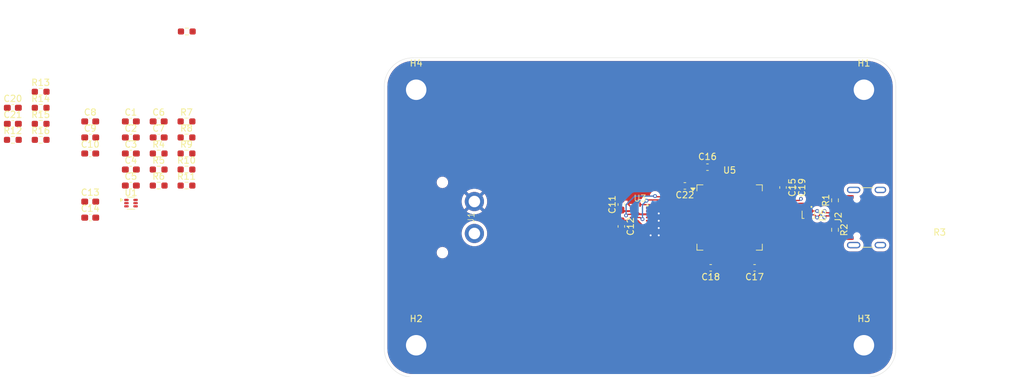
<source format=kicad_pcb>
(kicad_pcb (version 20241229) (generator "pcbnew") (generator_version "9.0")
  (layers (0 "F.Cu" signal) (4 "In1.Cu" signal) (6 "In2.Cu" signal) (2 "B.Cu" signal) (13 "F.Paste" user) (15 "B.Paste" user) (5 "F.SilkS" user "F.Silkscreen") (7 "B.SilkS" user "B.Silkscreen") (1 "F.Mask" user) (3 "B.Mask" user) (25 "Edge.Cuts" user))
  (net 0 "")
  (net 1 "GND")
  (net 2 "VBATT")
  (net 3 "+3V3")
  (net 4 "/Power&Battery/VBST")
  (net 5 "/Power&Battery/VSW")
  (net 6 "/Power&Battery/VIN")
  (net 7 "/Power&Battery/aIN_VBAT")
  (net 8 "VDDA")
  (net 9 "Net-(J2-SHIELD)")
  (net 10 "/Power&Battery/EN")
  (net 11 "/Power&Battery/VFB")
  (net 12 "Net-(D2-A)")
  (net 13 "Net-(D3-A)")
  (net 14 "3V3")
  (net 15 "Net-(JP1-C)")
  (net 16 "/Microcontroller/dI_BOOT0")
  (net 17 "/Microcontroller/dI_BOOT1")
  (net 18 "Net-(JP2-C)")
  (net 19 "/Microcontroller/SCL")
  (net 20 "/Microcontroller/SDA")
  (net 21 "Net-(U5-NRST)")
  (net 24 "/Microcontroller/JTAG_TMS")
  (net 27 "/Microcontroller/JTAG_TCK")
  (net 37 "/Microcontroller/JTAG_TDI")
  (net 38 "/IO/dIO_USB_DN")
  (net 43 "/Microcontroller/JTAG_TDO")
  (net 50 "/Microcontroller/JTAG_NRST")
  (net 54 "/IO/dIO_USB_DP")
  (net 67 "VBUS")
  (net 69 "/IO/USB_CC2")
  (net 70 "/IO/USB_CC1")
  (net 73 "/Microcontroller/dIO_INT1_GYRO")
  (net 74 "/Microcontroller/dIO_INT2_ACCEL")
  (net 75 "/Microcontroller/dIO_INT1_ACCEL")
  (net 76 "/Microcontroller/dIO_INT2_GYRO")
  (footprint "Capacitor_SMD:C_0603_1608Metric_Pad1.08x0.95mm_HandSolder" (layer "F.Cu") (at 74.7375 87.47)
    (property "Reference" "C7" (at 0 -1.43 0) (layer "F.SilkS"))
    (property "Value" "10n")
    (pad "1" smd roundrect (at -0.8625 0) (size 1.075 0.95) (layers "F.Cu" "F.Mask" "F.Paste") (net 7 "/Power&Battery/aIN_VBAT"))
    (pad "2" smd roundrect (at 0.8625 0) (size 1.075 0.95) (layers "F.Cu" "F.Mask" "F.Paste") (net 1 "GND"))
  )
  (footprint "Resistor_SMD:R_0603_1608Metric_Pad0.98x0.95mm_HandSolder" (layer "F.Cu") (at 79.0875 92.49)
    (property "Reference" "R10" (at 0 -1.43 0) (layer "F.SilkS"))
    (property "Value" "1k")
    (pad "1" smd roundrect (at -0.9125 0) (size 0.975 0.95) (layers "F.Cu" "F.Mask" "F.Paste") (net 2 "VBATT"))
    (pad "2" smd roundrect (at 0.9125 0) (size 0.975 0.95) (layers "F.Cu" "F.Mask" "F.Paste") (net 12 "Net-(D2-A)"))
  )
  (footprint "Capacitor_SMD:C_0603_1608Metric_Pad1.08x0.95mm_HandSolder" (layer "F.Cu") (at 157.011499 95.047 180)
    (property "Reference" "C22" (at 0 -1.43 0) (layer "F.SilkS"))
    (property "Value" "100n")
    (pad "1" smd roundrect (at -0.862501 0 180) (size 1.075 0.95) (layers "F.Cu" "F.Mask" "F.Paste") (net 3 "+3V3"))
    (pad "2" smd roundrect (at 0.862501 0 180) (size 1.075 0.95) (layers "F.Cu" "F.Mask" "F.Paste") (net 1 "GND"))
  )
  (footprint "Capacitor_SMD:C_0603_1608Metric_Pad1.08x0.95mm_HandSolder" (layer "F.Cu") (at 167.907 107.874 180)
    (property "Reference" "C17" (at 0 -1.43 0) (layer "F.SilkS"))
    (property "Value" "100n")
    (pad "1" smd roundrect (at -0.862501 0 180) (size 1.075 0.95) (layers "F.Cu" "F.Mask" "F.Paste") (net 3 "+3V3"))
    (pad "2" smd roundrect (at 0.862501 0 180) (size 1.075 0.95) (layers "F.Cu" "F.Mask" "F.Paste") (net 1 "GND"))
  )
  (footprint "Capacitor_SMD:C_0603_1608Metric_Pad1.08x0.95mm_HandSolder" (layer "F.Cu") (at 172.352 95.301 -90)
    (property "Reference" "C15" (at 0 -1.43 90) (layer "F.SilkS"))
    (property "Value" "100n")
    (pad "1" smd roundrect (at -0.862501 0 270) (size 1.075 0.95) (layers "F.Cu" "F.Mask" "F.Paste") (net 3 "+3V3"))
    (pad "2" smd roundrect (at 0.862501 0 270) (size 1.075 0.95) (layers "F.Cu" "F.Mask" "F.Paste") (net 1 "GND"))
  )
  (footprint "Capacitor_SMD:C_0603_1608Metric_Pad1.08x0.95mm_HandSolder" (layer "F.Cu") (at 173.876 95.301 -90)
    (property "Reference" "C19" (at 0 -1.43 90) (layer "F.SilkS"))
    (property "Value" "10u")
    (pad "1" smd roundrect (at -0.862501 0 270) (size 1.075 0.95) (layers "F.Cu" "F.Mask" "F.Paste") (net 3 "+3V3"))
    (pad "2" smd roundrect (at 0.862501 0 270) (size 1.075 0.95) (layers "F.Cu" "F.Mask" "F.Paste") (net 1 "GND"))
  )
  (footprint "Package_TO_SOT_SMD:SOT-416" (layer "F.Cu") (at 176.297 99.634 -90)
    (property "Reference" "D5" (at 0 -2.25 90) (layer "F.SilkS"))
    (property "Value" "RCLAMP0582B")
    (pad "1" smd roundrect (at -0.65 -0.5 270) (size 0.6 0.5) (layers "F.Cu" "F.Mask" "F.Paste") (net 38 "/IO/dIO_USB_DN"))
    (pad "2" smd roundrect (at -0.65 0.5 270) (size 0.6 0.5) (layers "F.Cu" "F.Mask" "F.Paste") (net 54 "/IO/dIO_USB_DP"))
    (pad "3" smd roundrect (at 0.649999 0 270) (size 0.6 0.5) (layers "F.Cu" "F.Mask" "F.Paste") (net 1 "GND"))
  )
  (footprint "Capacitor_SMD:C_0603_1608Metric_Pad1.08x0.95mm_HandSolder" (layer "F.Cu") (at 70.3875 95)
    (property "Reference" "C5" (at 0 -1.43 0) (layer "F.SilkS"))
    (property "Value" "10u")
    (pad "1" smd roundrect (at -0.8625 0) (size 1.075 0.95) (layers "F.Cu" "F.Mask" "F.Paste") (net 6 "/Power&Battery/VIN"))
    (pad "2" smd roundrect (at 0.8625 0) (size 1.075 0.95) (layers "F.Cu" "F.Mask" "F.Paste") (net 1 "GND"))
  )
  (footprint "Resistor_SMD:R_0603_1608Metric_Pad0.98x0.95mm_HandSolder" (layer "F.Cu") (at 56.2875 82.82)
    (property "Reference" "R14" (at 0 -1.43 0) (layer "F.SilkS"))
    (property "Value" "10k")
    (pad "1" smd roundrect (at -0.9125 0) (size 0.975 0.95) (layers "F.Cu" "F.Mask" "F.Paste") (net 19 "/Microcontroller/SCL"))
    (pad "2" smd roundrect (at 0.9125 0) (size 0.975 0.95) (layers "F.Cu" "F.Mask" "F.Paste") (net 3 "+3V3"))
  )
  (footprint "Package_QFP:LQFP-64_10x10mm_P0.5mm" (layer "F.Cu") (at 164 100)
    (property "Reference" "U5" (at 0 -7.4 0) (layer "F.SilkS"))
    (property "Value" "STM32F103RGTx")
    (pad "1" smd roundrect (at -5.675 -3.749999) (size 1.55 0.3) (layers "F.Cu" "F.Mask" "F.Paste") (net 3 "+3V3"))
    (pad "2" smd roundrect (at -5.675 -3.25) (size 1.55 0.3) (layers "F.Cu" "F.Mask" "F.Paste") (net 76 "/Microcontroller/dIO_INT2_GYRO"))
    (pad "3" smd roundrect (at -5.675 -2.75) (size 1.55 0.3) (layers "F.Cu" "F.Mask" "F.Paste") (net 73 "/Microcontroller/dIO_INT1_GYRO"))
    (pad "4" smd roundrect (at -5.675 -2.25) (size 1.55 0.3) (layers "F.Cu" "F.Mask" "F.Paste") (net 75 "/Microcontroller/dIO_INT1_ACCEL"))
    (pad "5" smd roundrect (at -5.675 -1.75) (size 1.55 0.3) (layers "F.Cu" "F.Mask" "F.Paste") (net 74 "/Microcontroller/dIO_INT2_ACCEL"))
    (pad "6" smd roundrect (at -5.675 -1.249999) (size 1.55 0.3) (layers "F.Cu" "F.Mask" "F.Paste"))
    (pad "7" smd roundrect (at -5.675 -0.75) (size 1.55 0.3) (layers "F.Cu" "F.Mask" "F.Paste") (net 21 "Net-(U5-NRST)"))
    (pad "8" smd roundrect (at -5.675 -0.25) (size 1.55 0.3) (layers "F.Cu" "F.Mask" "F.Paste"))
    (pad "9" smd roundrect (at -5.675 0.25) (size 1.55 0.3) (layers "F.Cu" "F.Mask" "F.Paste"))
    (pad "10" smd roundrect (at -5.675 0.75) (size 1.55 0.3) (layers "F.Cu" "F.Mask" "F.Paste"))
    (pad "11" smd roundrect (at -5.675 1.249999) (size 1.55 0.3) (layers "F.Cu" "F.Mask" "F.Paste"))
    (pad "12" smd roundrect (at -5.675 1.75) (size 1.55 0.3) (layers "F.Cu" "F.Mask" "F.Paste") (net 1 "GND"))
    (pad "13" smd roundrect (at -5.675 2.25) (size 1.55 0.3) (layers "F.Cu" "F.Mask" "F.Paste") (net 8 "VDDA"))
    (pad "14" smd roundrect (at -5.675 2.75) (size 1.55 0.3) (layers "F.Cu" "F.Mask" "F.Paste"))
    (pad "15" smd roundrect (at -5.675 3.25) (size 1.55 0.3) (layers "F.Cu" "F.Mask" "F.Paste"))
    (pad "16" smd roundrect (at -5.675 3.749999) (size 1.55 0.3) (layers "F.Cu" "F.Mask" "F.Paste"))
    (pad "17" smd roundrect (at -3.749999 5.675) (size 0.3 1.55) (layers "F.Cu" "F.Mask" "F.Paste"))
    (pad "18" smd roundrect (at -3.25 5.675) (size 0.3 1.55) (layers "F.Cu" "F.Mask" "F.Paste") (net 1 "GND"))
    (pad "19" smd roundrect (at -2.75 5.675) (size 0.3 1.55) (layers "F.Cu" "F.Mask" "F.Paste") (net 3 "+3V3"))
    (pad "20" smd roundrect (at -2.25 5.675) (size 0.3 1.55) (layers "F.Cu" "F.Mask" "F.Paste"))
    (pad "21" smd roundrect (at -1.75 5.675) (size 0.3 1.55) (layers "F.Cu" "F.Mask" "F.Paste"))
    (pad "22" smd roundrect (at -1.249999 5.675) (size 0.3 1.55) (layers "F.Cu" "F.Mask" "F.Paste"))
    (pad "23" smd roundrect (at -0.75 5.675) (size 0.3 1.55) (layers "F.Cu" "F.Mask" "F.Paste"))
    (pad "24" smd roundrect (at -0.25 5.675) (size 0.3 1.55) (layers "F.Cu" "F.Mask" "F.Paste"))
    (pad "25" smd roundrect (at 0.25 5.675) (size 0.3 1.55) (layers "F.Cu" "F.Mask" "F.Paste"))
    (pad "26" smd roundrect (at 0.75 5.675) (size 0.3 1.55) (layers "F.Cu" "F.Mask" "F.Paste"))
    (pad "27" smd roundrect (at 1.249999 5.675) (size 0.3 1.55) (layers "F.Cu" "F.Mask" "F.Paste"))
    (pad "28" smd roundrect (at 1.75 5.675) (size 0.3 1.55) (layers "F.Cu" "F.Mask" "F.Paste") (net 17 "/Microcontroller/dI_BOOT1"))
    (pad "29" smd roundrect (at 2.25 5.675) (size 0.3 1.55) (layers "F.Cu" "F.Mask" "F.Paste") (net 19 "/Microcontroller/SCL"))
    (pad "30" smd roundrect (at 2.75 5.675) (size 0.3 1.55) (layers "F.Cu" "F.Mask" "F.Paste") (net 20 "/Microcontroller/SDA"))
    (pad "31" smd roundrect (at 3.25 5.675) (size 0.3 1.55) (layers "F.Cu" "F.Mask" "F.Paste") (net 1 "GND"))
    (pad "32" smd roundrect (at 3.749999 5.675) (size 0.3 1.55) (layers "F.Cu" "F.Mask" "F.Paste") (net 3 "+3V3"))
    (pad "33" smd roundrect (at 5.675 3.749999) (size 1.55 0.3) (layers "F.Cu" "F.Mask" "F.Paste"))
    (pad "34" smd roundrect (at 5.675 3.25) (size 1.55 0.3) (layers "F.Cu" "F.Mask" "F.Paste"))
    (pad "35" smd roundrect (at 5.675 2.75) (size 1.55 0.3) (layers "F.Cu" "F.Mask" "F.Paste"))
    (pad "36" smd roundrect (at 5.675 2.25) (size 1.55 0.3) (layers "F.Cu" "F.Mask" "F.Paste"))
    (pad "37" smd roundrect (at 5.675 1.75) (size 1.55 0.3) (layers "F.Cu" "F.Mask" "F.Paste"))
    (pad "38" smd roundrect (at 5.675 1.249999) (size 1.55 0.3) (layers "F.Cu" "F.Mask" "F.Paste"))
    (pad "39" smd roundrect (at 5.675 0.75) (size 1.55 0.3) (layers "F.Cu" "F.Mask" "F.Paste"))
    (pad "40" smd roundrect (at 5.675 0.25) (size 1.55 0.3) (layers "F.Cu" "F.Mask" "F.Paste"))
    (pad "41" smd roundrect (at 5.675 -0.25) (size 1.55 0.3) (layers "F.Cu" "F.Mask" "F.Paste"))
    (pad "42" smd roundrect (at 5.675 -0.75) (size 1.55 0.3) (layers "F.Cu" "F.Mask" "F.Paste"))
    (pad "43" smd roundrect (at 5.675 -1.249999) (size 1.55 0.3) (layers "F.Cu" "F.Mask" "F.Paste"))
    (pad "44" smd roundrect (at 5.675 -1.75) (size 1.55 0.3) (layers "F.Cu" "F.Mask" "F.Paste") (net 54 "/IO/dIO_USB_DP"))
    (pad "45" smd roundrect (at 5.675 -2.25) (size 1.55 0.3) (layers "F.Cu" "F.Mask" "F.Paste") (net 38 "/IO/dIO_USB_DN"))
    (pad "46" smd roundrect (at 5.675 -2.75) (size 1.55 0.3) (layers "F.Cu" "F.Mask" "F.Paste") (net 24 "/Microcontroller/JTAG_TMS"))
    (pad "47" smd roundrect (at 5.675 -3.25) (size 1.55 0.3) (layers "F.Cu" "F.Mask" "F.Paste") (net 1 "GND"))
    (pad "48" smd roundrect (at 5.675 -3.749999) (size 1.55 0.3) (layers "F.Cu" "F.Mask" "F.Paste") (net 3 "+3V3"))
    (pad "49" smd roundrect (at 3.749999 -5.675) (size 0.3 1.55) (layers "F.Cu" "F.Mask" "F.Paste") (net 27 "/Microcontroller/JTAG_TCK"))
    (pad "50" smd roundrect (at 3.25 -5.675) (size 0.3 1.55) (layers "F.Cu" "F.Mask" "F.Paste") (net 37 "/Microcontroller/JTAG_TDI"))
    (pad "51" smd roundrect (at 2.75 -5.675) (size 0.3 1.55) (layers "F.Cu" "F.Mask" "F.Paste"))
    (pad "52" smd roundrect (at 2.25 -5.675) (size 0.3 1.55) (layers "F.Cu" "F.Mask" "F.Paste"))
    (pad "53" smd roundrect (at 1.75 -5.675) (size 0.3 1.55) (layers "F.Cu" "F.Mask" "F.Paste"))
    (pad "54" smd roundrect (at 1.249999 -5.675) (size 0.3 1.55) (layers "F.Cu" "F.Mask" "F.Paste"))
    (pad "55" smd roundrect (at 0.75 -5.675) (size 0.3 1.55) (layers "F.Cu" "F.Mask" "F.Paste") (net 43 "/Microcontroller/JTAG_TDO"))
    (pad "56" smd roundrect (at 0.25 -5.675) (size 0.3 1.55) (layers "F.Cu" "F.Mask" "F.Paste") (net 50 "/Microcontroller/JTAG_NRST"))
    (pad "57" smd roundrect (at -0.25 -5.675) (size 0.3 1.55) (layers "F.Cu" "F.Mask" "F.Paste"))
    (pad "58" smd roundrect (at -0.75 -5.675) (size 0.3 1.55) (layers "F.Cu" "F.Mask" "F.Paste"))
    (pad "59" smd roundrect (at -1.249999 -5.675) (size 0.3 1.55) (layers "F.Cu" "F.Mask" "F.Paste"))
    (pad "60" smd roundrect (at -1.75 -5.675) (size 0.3 1.55) (layers "F.Cu" "F.Mask" "F.Paste") (net 16 "/Microcontroller/dI_BOOT0"))
    (pad "61" smd roundrect (at -2.25 -5.675) (size 0.3 1.55) (layers "F.Cu" "F.Mask" "F.Paste"))
    (pad "62" smd roundrect (at -2.75 -5.675) (size 0.3 1.55) (layers "F.Cu" "F.Mask" "F.Paste"))
    (pad "63" smd roundrect (at -3.25 -5.675) (size 0.3 1.55) (layers "F.Cu" "F.Mask" "F.Paste") (net 1 "GND"))
    (pad "64" smd roundrect (at -3.749999 -5.675) (size 0.3 1.55) (layers "F.Cu" "F.Mask" "F.Paste") (net 3 "+3V3"))
  )
  (footprint "Resistor_SMD:R_0603_1608Metric_Pad0.98x0.95mm_HandSolder" (layer "F.Cu") (at 180.48 97.3095 90)
    (property "Reference" "R1" (at 0 -1.43 90) (layer "F.SilkS"))
    (property "Value" "5.1k")
    (pad "1" smd roundrect (at -0.9125 0 90) (size 0.975 0.95) (layers "F.Cu" "F.Mask" "F.Paste") (net 69 "/IO/USB_CC2"))
    (pad "2" smd roundrect (at 0.9125 0 90) (size 0.975 0.95) (layers "F.Cu" "F.Mask" "F.Paste") (net 1 "GND"))
  )
  (footprint "Capacitor_SMD:C_0603_1608Metric_Pad1.08x0.95mm_HandSolder" (layer "F.Cu") (at 74.7375 84.96)
    (property "Reference" "C6" (at 0 -1.43 0) (layer "F.SilkS"))
    (property "Value" "100n")
    (pad "1" smd roundrect (at -0.8625 0) (size 1.075 0.95) (layers "F.Cu" "F.Mask" "F.Paste") (net 6 "/Power&Battery/VIN"))
    (pad "2" smd roundrect (at 0.8625 0) (size 1.075 0.95) (layers "F.Cu" "F.Mask" "F.Paste") (net 1 "GND"))
  )
  (footprint "Resistor_SMD:R_0603_1608Metric_Pad0.98x0.95mm_HandSolder" (layer "F.Cu") (at 79.0875 95)
    (property "Reference" "R11" (at 0 -1.43 0) (layer "F.SilkS"))
    (property "Value" "1k")
    (pad "1" smd roundrect (at -0.9125 0) (size 0.975 0.95) (layers "F.Cu" "F.Mask" "F.Paste") (net 14 "3V3"))
    (pad "2" smd roundrect (at 0.9125 0) (size 0.975 0.95) (layers "F.Cu" "F.Mask" "F.Paste") (net 13 "Net-(D3-A)"))
  )
  (footprint "Capacitor_SMD:C_0603_1608Metric_Pad1.08x0.95mm_HandSolder" (layer "F.Cu") (at 64.0375 87.47)
    (property "Reference" "C9" (at 0 -1.43 0) (layer "F.SilkS"))
    (property "Value" "100n")
    (pad "1" smd roundrect (at -0.8625 0) (size 1.075 0.95) (layers "F.Cu" "F.Mask" "F.Paste") (net 3 "+3V3"))
    (pad "2" smd roundrect (at 0.8625 0) (size 1.075 0.95) (layers "F.Cu" "F.Mask" "F.Paste") (net 1 "GND"))
  )
  (footprint "Resistor_SMD:R_0603_1608Metric_Pad0.98x0.95mm_HandSolder" (layer "F.Cu") (at 56.2875 87.84)
    (property "Reference" "R16" (at 0 -1.43 0) (layer "F.SilkS"))
    (property "Value" "10k")
    (pad "1" smd roundrect (at -0.9125 0) (size 0.975 0.95) (layers "F.Cu" "F.Mask" "F.Paste") (net 21 "Net-(U5-NRST)"))
    (pad "2" smd roundrect (at 0.9125 0) (size 0.975 0.95) (layers "F.Cu" "F.Mask" "F.Paste") (net 3 "+3V3"))
  )
  (footprint "Resistor_SMD:R_0603_1608Metric_Pad0.98x0.95mm_HandSolder" (layer "F.Cu") (at 74.7375 89.98)
    (property "Reference" "R4" (at 0 -1.43 0) (layer "F.SilkS"))
    (property "Value" "110k")
    (pad "1" smd roundrect (at -0.9125 0) (size 0.975 0.95) (layers "F.Cu" "F.Mask" "F.Paste") (net 6 "/Power&Battery/VIN"))
    (pad "2" smd roundrect (at 0.9125 0) (size 0.975 0.95) (layers "F.Cu" "F.Mask" "F.Paste") (net 10 "/Power&Battery/EN"))
  )
  (footprint "CustomKicadFootprints:XT60_Right_Angle" (layer "F.Cu") (at 124.099999 100 90)
    (property "Reference" "J1" (at 0 -0.499999 90) (layer "F.SilkS") (effects (font (thickness 0.1))))
    (property "Value" "Conn_01x02_Pin")
    (pad "" np_thru_hole circle (at -5.5 -5 90) (size 1.3 1.3) (drill 1.3) (layers "F&B.Cu" "*.Mask"))
    (pad "" np_thru_hole circle (at 5.5 -5 90) (size 1.3 1.3) (drill 1.3) (layers "F&B.Cu" "*.Mask"))
    (pad "1" thru_hole circle (at -2.5 0 90) (size 3 3) (drill 1.8) (layers "*.Cu" "*.Mask") (net 2 "VBATT"))
    (pad "2" thru_hole circle (at 2.5 0 90) (size 3 3) (drill 1.8) (layers "*.Cu" "*.Mask") (net 1 "GND"))
  )
  (footprint "Capacitor_SMD:C_0603_1608Metric_Pad1.08x0.95mm_HandSolder" (layer "F.Cu") (at 147.079 97.968 90)
    (property "Reference" "C11" (at 0 -1.43 90) (layer "F.SilkS"))
    (property "Value" "100n")
    (pad "1" smd roundrect (at -0.862501 0 90) (size 1.075 0.95) (layers "F.Cu" "F.Mask" "F.Paste") (net 3 "+3V3"))
    (pad "2" smd roundrect (at 0.862501 0 90) (size 1.075 0.95) (layers "F.Cu" "F.Mask" "F.Paste") (net 1 "GND"))
  )
  (footprint "Resistor_SMD:R_0603_1608Metric_Pad0.98x0.95mm_HandSolder" (layer "F.Cu") (at 79.0875 84.96)
    (property "Reference" "R7" (at 0 -1.43 0) (layer "F.SilkS"))
    (property "Value" "30k")
    (pad "1" smd roundrect (at -0.9125 0) (size 0.975 0.95) (layers "F.Cu" "F.Mask" "F.Paste") (net 11 "/Power&Battery/VFB"))
    (pad "2" smd roundrect (at 0.9125 0) (size 0.975 0.95) (layers "F.Cu" "F.Mask" "F.Paste") (net 1 "GND"))
  )
  (footprint "Package_TO_SOT_SMD:SOT-563" (layer "F.Cu") (at 70.4125 97.75)
    (property "Reference" "U1" (at 0 -1.65 0) (layer "F.SilkS"))
    (property "Value" "TPS562202")
    (pad "1" smd roundrect (at -0.7125 -0.5) (size 0.675 0.35) (layers "F.Cu" "F.Mask" "F.Paste") (net 6 "/Power&Battery/VIN"))
    (pad "2" smd roundrect (at -0.7125 0) (size 0.675 0.35) (layers "F.Cu" "F.Mask" "F.Paste") (net 5 "/Power&Battery/VSW"))
    (pad "3" smd roundrect (at -0.7125 0.5) (size 0.675 0.35) (layers "F.Cu" "F.Mask" "F.Paste") (net 1 "GND"))
    (pad "4" smd roundrect (at 0.7125 0.5) (size 0.675 0.35) (layers "F.Cu" "F.Mask" "F.Paste") (net 4 "/Power&Battery/VBST"))
    (pad "5" smd roundrect (at 0.7125 0) (size 0.675 0.35) (layers "F.Cu" "F.Mask" "F.Paste") (net 10 "/Power&Battery/EN"))
    (pad "6" smd roundrect (at 0.7125 -0.5) (size 0.675 0.35) (layers "F.Cu" "F.Mask" "F.Paste") (net 11 "/Power&Battery/VFB"))
  )
  (footprint "Resistor_SMD:R_0603_1608Metric_Pad0.98x0.95mm_HandSolder" (layer "F.Cu") (at 56.2875 80.31)
    (property "Reference" "R13" (at 0 -1.43 0) (layer "F.SilkS"))
    (property "Value" "10k")
    (pad "1" smd roundrect (at -0.9125 0) (size 0.975 0.95) (layers "F.Cu" "F.Mask" "F.Paste") (net 18 "Net-(JP2-C)"))
    (pad "2" smd roundrect (at 0.9125 0) (size 0.975 0.95) (layers "F.Cu" "F.Mask" "F.Paste") (net 17 "/Microcontroller/dI_BOOT1"))
  )
  (footprint "Capacitor_SMD:C_0603_1608Metric_Pad1.08x0.95mm_HandSolder" (layer "F.Cu") (at 161.049 107.874 180)
    (property "Reference" "C18" (at 0 -1.43 0) (layer "F.SilkS"))
    (property "Value" "100n")
    (pad "1" smd roundrect (at -0.862501 0 180) (size 1.075 0.95) (layers "F.Cu" "F.Mask" "F.Paste") (net 3 "+3V3"))
    (pad "2" smd roundrect (at 0.862501 0 180) (size 1.075 0.95) (layers "F.Cu" "F.Mask" "F.Paste") (net 1 "GND"))
  )
  (footprint "Resistor_SMD:R_0603_1608Metric_Pad0.98x0.95mm_HandSolder" (layer "F.Cu") (at 79.0875 89.98)
    (property "Reference" "R9" (at 0 -1.43 0) (layer "F.SilkS"))
    (property "Value" "5.1k")
    (pad "1" smd roundrect (at -0.9125 0) (size 0.975 0.95) (layers "F.Cu" "F.Mask" "F.Paste") (net 7 "/Power&Battery/aIN_VBAT"))
    (pad "2" smd roundrect (at 0.9125 0) (size 0.975 0.95) (layers "F.Cu" "F.Mask" "F.Paste") (net 1 "GND"))
  )
  (footprint "Resistor_SMD:R_0603_1608Metric_Pad0.98x0.95mm_HandSolder" (layer "F.Cu") (at 79.0875 87.47)
    (property "Reference" "R8" (at 0 -1.43 0) (layer "F.SilkS"))
    (property "Value" "24k")
    (pad "1" smd roundrect (at -0.9125 0) (size 0.975 0.95) (layers "F.Cu" "F.Mask" "F.Paste") (net 2 "VBATT"))
    (pad "2" smd roundrect (at 0.9125 0) (size 0.975 0.95) (layers "F.Cu" "F.Mask" "F.Paste") (net 7 "/Power&Battery/aIN_VBAT"))
  )
  (footprint "Resistor_SMD:R_0603_1608Metric_Pad0.98x0.95mm_HandSolder" (layer "F.Cu") (at 51.9375 87.84)
    (property "Reference" "R12" (at 0 -1.43 0) (layer "F.SilkS"))
    (property "Value" "10k")
    (pad "1" smd roundrect (at -0.9125 0) (size 0.975 0.95) (layers "F.Cu" "F.Mask" "F.Paste") (net 15 "Net-(JP1-C)"))
    (pad "2" smd roundrect (at 0.9125 0) (size 0.975 0.95) (layers "F.Cu" "F.Mask" "F.Paste") (net 16 "/Microcontroller/dI_BOOT0"))
  )
  (footprint "Capacitor_SMD:C_0603_1608Metric_Pad1.08x0.95mm_HandSolder" (layer "F.Cu") (at 64.0375 97.51)
    (property "Reference" "C13" (at 0 -1.43 0) (layer "F.SilkS"))
    (property "Value" "100n")
    (pad "1" smd roundrect (at -0.8625 0) (size 1.075 0.95) (layers "F.Cu" "F.Mask" "F.Paste") (net 3 "+3V3"))
    (pad "2" smd roundrect (at 0.8625 0) (size 1.075 0.95) (layers "F.Cu" "F.Mask" "F.Paste") (net 1 "GND"))
  )
  (footprint "MountingHole:MountingHole_3.2mm_M3_Pad" (layer "F.Cu") (at 115 120)
    (property "Reference" "H2" (at 0 -4.15 0) (layer "F.SilkS"))
    (property "Value" "MountingHole_Pad")
    (pad "1" thru_hole circle (at 0 0) (size 6.4 6.4) (drill 3.2) (layers "*.Cu" "*.Mask") (net 1 "GND"))
  )
  (footprint "Capacitor_SMD:C_0603_1608Metric_Pad1.08x0.95mm_HandSolder" (layer "F.Cu") (at 147.079 101.397 -90)
    (property "Reference" "C12" (at 0 -1.43 90) (layer "F.SilkS"))
    (property "Value" "100n")
    (pad "1" smd roundrect (at -0.862501 0 270) (size 1.075 0.95) (layers "F.Cu" "F.Mask" "F.Paste") (net 3 "+3V3"))
    (pad "2" smd roundrect (at 0.862501 0 270) (size 1.075 0.95) (layers "F.Cu" "F.Mask" "F.Paste") (net 1 "GND"))
  )
  (footprint "Capacitor_SMD:C_0603_1608Metric_Pad1.08x0.95mm_HandSolder" (layer "F.Cu") (at 70.3875 84.96)
    (property "Reference" "C1" (at 0 -1.43 0) (layer "F.SilkS"))
    (property "Value" "100n")
    (pad "1" smd roundrect (at -0.8625 0) (size 1.075 0.95) (layers "F.Cu" "F.Mask" "F.Paste") (net 2 "VBATT"))
    (pad "2" smd roundrect (at 0.8625 0) (size 1.075 0.95) (layers "F.Cu" "F.Mask" "F.Paste") (net 1 "GND"))
  )
  (footprint "Resistor_SMD:R_0603_1608Metric_Pad0.98x0.95mm_HandSolder" (layer "F.Cu") (at 74.7375 92.49)
    (property "Reference" "R5" (at 0 -1.43 0) (layer "F.SilkS"))
    (property "Value" "11k")
    (pad "1" smd roundrect (at -0.9125 0) (size 0.975 0.95) (layers "F.Cu" "F.Mask" "F.Paste") (net 10 "/Power&Battery/EN"))
    (pad "2" smd roundrect (at 0.9125 0) (size 0.975 0.95) (layers "F.Cu" "F.Mask" "F.Paste") (net 1 "GND"))
  )
  (footprint "MountingHole:MountingHole_3.2mm_M3_Pad" (layer "F.Cu") (at 185 120)
    (property "Reference" "H3" (at 0 -4.15 0) (layer "F.SilkS"))
    (property "Value" "MountingHole_Pad")
    (pad "1" thru_hole circle (at 0 0) (size 6.4 6.4) (drill 3.2) (layers "*.Cu" "*.Mask") (net 1 "GND"))
  )
  (footprint "Capacitor_SMD:C_0603_1608Metric_Pad1.08x0.95mm_HandSolder" (layer "F.Cu") (at 160.541 92.126)
    (property "Reference" "C16" (at 0 -1.651 0) (layer "F.SilkS"))
    (property "Value" "100n")
    (pad "1" smd roundrect (at -0.862501 0) (size 1.075 0.95) (layers "F.Cu" "F.Mask" "F.Paste") (net 3 "+3V3"))
    (pad "2" smd roundrect (at 0.862501 0) (size 1.075 0.95) (layers "F.Cu" "F.Mask" "F.Paste") (net 1 "GND"))
  )
  (footprint "Capacitor_SMD:C_0603_1608Metric_Pad1.08x0.95mm_HandSolder" (layer "F.Cu") (at 64.0375 84.96)
    (property "Reference" "C8" (at 0 -1.43 0) (layer "F.SilkS"))
    (property "Value" "100n")
    (pad "1" smd roundrect (at -0.8625 0) (size 1.075 0.95) (layers "F.Cu" "F.Mask" "F.Paste") (net 3 "+3V3"))
    (pad "2" smd roundrect (at 0.8625 0) (size 1.075 0.95) (layers "F.Cu" "F.Mask" "F.Paste") (net 1 "GND"))
  )
  (footprint "Capacitor_SMD:C_0603_1608Metric_Pad1.08x0.95mm_HandSolder" (layer "F.Cu") (at 70.3875 87.47)
    (property "Reference" "C2" (at 0 -1.43 0) (layer "F.SilkS"))
    (property "Value" "22uF")
    (pad "1" smd roundrect (at -0.8625 0) (size 1.075 0.95) (layers "F.Cu" "F.Mask" "F.Paste") (net 3 "+3V3"))
    (pad "2" smd roundrect (at 0.8625 0) (size 1.075 0.95) (layers "F.Cu" "F.Mask" "F.Paste") (net 1 "GND"))
  )
  (footprint "Capacitor_SMD:C_0603_1608Metric_Pad1.08x0.95mm_HandSolder" (layer "F.Cu") (at 51.9375 85.33)
    (property "Reference" "C21" (at 0 -1.43 0) (layer "F.SilkS"))
    (property "Value" "100n")
    (pad "1" smd roundrect (at -0.8625 0) (size 1.075 0.95) (layers "F.Cu" "F.Mask" "F.Paste") (net 8 "VDDA"))
    (pad "2" smd roundrect (at 0.8625 0) (size 1.075 0.95) (layers "F.Cu" "F.Mask" "F.Paste") (net 1 "GND"))
  )
  (footprint "Resistor_SMD:R_0603_1608Metric_Pad0.98x0.95mm_HandSolder" (layer "F.Cu") (at 180.48 101.9285 -90)
    (property "Reference" "R2" (at 0 -1.43 90) (layer "F.SilkS"))
    (property "Value" "5.1k")
    (pad "1" smd roundrect (at -0.9125 0 270) (size 0.975 0.95) (layers "F.Cu" "F.Mask" "F.Paste") (net 70 "/IO/USB_CC1"))
    (pad "2" smd roundrect (at 0.9125 0 270) (size 0.975 0.95) (layers "F.Cu" "F.Mask" "F.Paste") (net 1 "GND"))
  )
  (footprint "Capacitor_SMD:C_0603_1608Metric_Pad1.08x0.95mm_HandSolder" (layer "F.Cu") (at 70.3875 89.98)
    (property "Reference" "C3" (at 0 -1.43 0) (layer "F.SilkS"))
    (property "Value" "22uF")
    (pad "1" smd roundrect (at -0.8625 0) (size 1.075 0.95) (layers "F.Cu" "F.Mask" "F.Paste") (net 3 "+3V3"))
    (pad "2" smd roundrect (at 0.8625 0) (size 1.075 0.95) (layers "F.Cu" "F.Mask" "F.Paste") (net 1 "GND"))
  )
  (footprint "Capacitor_SMD:C_0603_1608Metric_Pad1.08x0.95mm_HandSolder" (layer "F.Cu") (at 64.0375 100.02)
    (property "Reference" "C14" (at 0 -1.43 0) (layer "F.SilkS"))
    (property "Value" "100n")
    (pad "1" smd roundrect (at -0.8625 0) (size 1.075 0.95) (layers "F.Cu" "F.Mask" "F.Paste") (net 3 "+3V3"))
    (pad "2" smd roundrect (at 0.8625 0) (size 1.075 0.95) (layers "F.Cu" "F.Mask" "F.Paste") (net 1 "GND"))
  )
  (footprint "Capacitor_SMD:C_0603_1608Metric_Pad1.08x0.95mm_HandSolder" (layer "F.Cu") (at 64.0375 89.98)
    (property "Reference" "C10" (at 0 -1.43 0) (layer "F.SilkS"))
    (property "Value" "100n")
    (pad "1" smd roundrect (at -0.8625 0) (size 1.075 0.95) (layers "F.Cu" "F.Mask" "F.Paste") (net 3 "+3V3"))
    (pad "2" smd roundrect (at 0.8625 0) (size 1.075 0.95) (layers "F.Cu" "F.Mask" "F.Paste") (net 1 "GND"))
  )
  (footprint "Capacitor_SMD:C_0603_1608Metric_Pad1.08x0.95mm_HandSolder" (layer "F.Cu") (at 51.9375 82.82)
    (property "Reference" "C20" (at 0 -1.43 0) (layer "F.SilkS"))
    (property "Value" "1u")
    (pad "1" smd roundrect (at -0.8625 0) (size 1.075 0.95) (layers "F.Cu" "F.Mask" "F.Paste") (net 8 "VDDA"))
    (pad "2" smd roundrect (at 0.8625 0) (size 1.075 0.95) (layers "F.Cu" "F.Mask" "F.Paste") (net 1 "GND"))
  )
  (footprint "Resistor_SMD:R_0603_1608Metric_Pad0.98x0.95mm_HandSolder" (layer "F.Cu") (at 79.1375 70.88)
    (property "Reference" "R3" (at 117.702 31.44 0) (layer "F.SilkS"))
    (property "Value" "1M")
    (pad "1" smd roundrect (at -0.9125 0) (size 0.975 0.95) (layers "F.Cu" "F.Mask" "F.Paste") (net 9 "Net-(J2-SHIELD)"))
    (pad "2" smd roundrect (at 0.9125 0) (size 0.975 0.95) (layers "F.Cu" "F.Mask" "F.Paste") (net 1 "GND"))
  )
  (footprint "CustomKicadFootprints:BMI088" (layer "F.Cu") (at 150 100)
    (property "Reference" "U3" (at 0 -3 0) (layer "F.SilkS") (effects (font (thickness 0.1))))
    (property "Value" "~" (hide yes))
    (pad "1" smd rect (at 1.2625 -1.5) (size 0.675 0.25) (layers "F.Cu" "F.Mask" "F.Paste") (net 74 "/Microcontroller/dIO_INT2_ACCEL"))
    (pad "2" smd rect (at 1.2625 -1) (size 0.675 0.25) (layers "F.Cu" "F.Mask" "F.Paste"))
    (pad "3" smd rect (at 1.2625 -0.5) (size 0.675 0.25) (layers "F.Cu" "F.Mask" "F.Paste") (net 3 "+3V3"))
    (pad "4" smd rect (at 1.2625 0) (size 0.675 0.25) (layers "F.Cu" "F.Mask" "F.Paste") (net 1 "GND"))
    (pad "5" smd rect (at 1.2625 0.5) (size 0.675 0.25) (layers "F.Cu" "F.Mask" "F.Paste"))
    (pad "6" smd rect (at 1.2625 1) (size 0.675 0.25) (layers "F.Cu" "F.Mask" "F.Paste") (net 1 "GND"))
    (pad "7" smd rect (at 1.2625 1.5) (size 0.675 0.25) (layers "F.Cu" "F.Mask" "F.Paste") (net 3 "+3V3"))
    (pad "8" smd rect (at 0 2.012499 90) (size 0.675 0.25) (layers "F.Cu" "F.Mask" "F.Paste") (net 19 "/Microcontroller/SCL"))
    (pad "9" smd rect (at -1.2625 1.5) (size 0.675 0.25) (layers "F.Cu" "F.Mask" "F.Paste") (net 20 "/Microcontroller/SDA"))
    (pad "10" smd rect (at -1.2625 1) (size 0.675 0.25) (layers "F.Cu" "F.Mask" "F.Paste") (net 1 "GND"))
    (pad "11" smd rect (at -1.2625 0.5) (size 0.675 0.25) (layers "F.Cu" "F.Mask" "F.Paste") (net 3 "+3V3"))
    (pad "12" smd rect (at -1.2625 0) (size 0.675 0.25) (layers "F.Cu" "F.Mask" "F.Paste") (net 73 "/Microcontroller/dIO_INT1_GYRO"))
    (pad "13" smd rect (at -1.2625 -0.5) (size 0.675 0.25) (layers "F.Cu" "F.Mask" "F.Paste") (net 76 "/Microcontroller/dIO_INT2_GYRO"))
    (pad "14" smd rect (at -1.2625 -1) (size 0.675 0.25) (layers "F.Cu" "F.Mask" "F.Paste") (net 3 "+3V3"))
    (pad "15" smd rect (at -1.2625 -1.5) (size 0.675 0.25) (layers "F.Cu" "F.Mask" "F.Paste") (net 1 "GND"))
    (pad "16" smd rect (at 0 -2.012499 90) (size 0.675 0.25) (layers "F.Cu" "F.Mask" "F.Paste") (net 75 "/Microcontroller/dIO_INT1_ACCEL"))
  )
  (footprint "MountingHole:MountingHole_3.2mm_M3_Pad" (layer "F.Cu") (at 185 80)
    (property "Reference" "H1" (at 0 -4.15 0) (layer "F.SilkS"))
    (property "Value" "MountingHole_Pad")
    (pad "1" thru_hole circle (at 0 0) (size 6.4 6.4) (drill 3.2) (layers "*.Cu" "*.Mask") (net 1 "GND"))
  )
  (footprint "Resistor_SMD:R_0603_1608Metric_Pad0.98x0.95mm_HandSolder" (layer "F.Cu") (at 56.2875 85.33)
    (property "Reference" "R15" (at 0 -1.43 0) (layer "F.SilkS"))
    (property "Value" "10k")
    (pad "1" smd roundrect (at -0.9125 0) (size 0.975 0.95) (layers "F.Cu" "F.Mask" "F.Paste") (net 20 "/Microcontroller/SDA"))
    (pad "2" smd roundrect (at 0.9125 0) (size 0.975 0.95) (layers "F.Cu" "F.Mask" "F.Paste") (net 3 "+3V3"))
  )
  (footprint "MountingHole:MountingHole_3.2mm_M3_Pad" (layer "F.Cu") (at 115 80)
    (property "Reference" "H4" (at 0 -4.15 0) (layer "F.SilkS"))
    (property "Value" "MountingHole_Pad")
    (pad "1" thru_hole circle (at 0 0) (size 6.4 6.4) (drill 3.2) (layers "*.Cu" "*.Mask") (net 1 "GND"))
  )
  (footprint "Capacitor_SMD:C_0603_1608Metric_Pad1.08x0.95mm_HandSolder" (layer "F.Cu") (at 70.3875 92.49)
    (property "Reference" "C4" (at 0 -1.43 0) (layer "F.SilkS"))
    (property "Value" "100n")
    (pad "1" smd roundrect (at -0.8625 0) (size 1.075 0.95) (layers "F.Cu" "F.Mask" "F.Paste") (net 4 "/Power&Battery/VBST"))
    (pad "2" smd roundrect (at 0.8625 0) (size 1.075 0.95) (layers "F.Cu" "F.Mask" "F.Paste") (net 5 "/Power&Battery/VSW"))
  )
  (footprint "Resistor_SMD:R_0603_1608Metric_Pad0.98x0.95mm_HandSolder" (layer "F.Cu") (at 74.7375 95)
    (property "Reference" "R6" (at 0 -1.43 0) (layer "F.SilkS"))
    (property "Value" "135k")
    (pad "1" smd roundrect (at -0.9125 0) (size 0.975 0.95) (layers "F.Cu" "F.Mask" "F.Paste") (net 3 "+3V3"))
    (pad "2" smd roundrect (at 0.9125 0) (size 0.975 0.95) (layers "F.Cu" "F.Mask" "F.Paste") (net 11 "/Power&Battery/VFB"))
  )
  (footprint "Connector_USB:USB_C_Receptacle_GCT_USB4105-xx-A_16P_TopMnt_Horizontal" (layer "F.Cu") (at 186.5 100 90)
    (property "Reference" "J2" (at 0 -5.5 90) (layer "F.SilkS"))
    (property "Value" "USB C Plug (USB 2)")
    (pad "" np_thru_hole circle (at -2.89 -2.605 90) (size 0.65 0.65) (drill 0.65) (layers "F&B.Cu" "*.Mask"))
    (pad "" np_thru_hole circle (at 2.89 -2.605 90) (size 0.65 0.65) (drill 0.65) (layers "F&B.Cu" "*.Mask"))
    (pad "A1" smd roundrect (at -3.2 -3.68 90) (size 0.6 1.15) (layers "F.Cu" "F.Mask" "F.Paste") (net 1 "GND"))
    (pad "A4" smd roundrect (at -2.4 -3.68 90) (size 0.6 1.15) (layers "F.Cu" "F.Mask" "F.Paste") (net 67 "VBUS"))
    (pad "A5" smd roundrect (at -1.25 -3.679999 90) (size 0.3 1.15) (layers "F.Cu" "F.Mask" "F.Paste") (net 70 "/IO/USB_CC1"))
    (pad "A6" smd roundrect (at -0.25 -3.68 90) (size 0.3 1.15) (layers "F.Cu" "F.Mask" "F.Paste") (net 54 "/IO/dIO_USB_DP"))
    (pad "A7" smd roundrect (at 0.25 -3.68 90) (size 0.3 1.15) (layers "F.Cu" "F.Mask" "F.Paste") (net 38 "/IO/dIO_USB_DN"))
    (pad "A8" smd roundrect (at 1.25 -3.679999 90) (size 0.3 1.15) (layers "F.Cu" "F.Mask" "F.Paste"))
    (pad "A9" smd roundrect (at 2.4 -3.68 90) (size 0.6 1.15) (layers "F.Cu" "F.Mask" "F.Paste") (net 67 "VBUS"))
    (pad "A12" smd roundrect (at 3.2 -3.68 90) (size 0.6 1.15) (layers "F.Cu" "F.Mask" "F.Paste") (net 1 "GND"))
    (pad "B1" smd roundrect (at 3.2 -3.68 90) (size 0.6 1.15) (layers "F.Cu" "F.Mask" "F.Paste") (net 1 "GND"))
    (pad "B4" smd roundrect (at 2.4 -3.68 90) (size 0.6 1.15) (layers "F.Cu" "F.Mask" "F.Paste") (net 67 "VBUS"))
    (pad "B5" smd roundrect (at 1.75 -3.68 90) (size 0.3 1.15) (layers "F.Cu" "F.Mask" "F.Paste") (net 69 "/IO/USB_CC2"))
    (pad "B6" smd roundrect (at 0.75 -3.68 90) (size 0.3 1.15) (layers "F.Cu" "F.Mask" "F.Paste") (net 54 "/IO/dIO_USB_DP"))
    (pad "B7" smd roundrect (at -0.75 -3.68 90) (size 0.3 1.15) (layers "F.Cu" "F.Mask" "F.Paste") (net 38 "/IO/dIO_USB_DN"))
    (pad "B8" smd roundrect (at -1.75 -3.68 90) (size 0.3 1.15) (layers "F.Cu" "F.Mask" "F.Paste"))
    (pad "B9" smd roundrect (at -2.4 -3.68 90) (size 0.6 1.15) (layers "F.Cu" "F.Mask" "F.Paste") (net 67 "VBUS"))
    (pad "B12" smd roundrect (at -3.2 -3.68 90) (size 0.6 1.15) (layers "F.Cu" "F.Mask" "F.Paste") (net 1 "GND"))
    (pad "S1" thru_hole oval (at -4.32 -3.105 90) (size 1 2.1) (drill oval 0.6 1.7) (property pad_prop_heatsink) (layers "*.Cu" "*.Mask" "F.Paste") (net 9 "Net-(J2-SHIELD)"))
    (pad "S1" thru_hole oval (at -4.32 1.075 90) (size 1 1.8) (drill oval 0.6 1.4) (property pad_prop_heatsink) (layers "*.Cu" "*.Mask" "F.Paste") (net 9 "Net-(J2-SHIELD)"))
    (pad "S1" thru_hole oval (at 4.32 -3.105 90) (size 1 2.1) (drill oval 0.6 1.7) (property pad_prop_heatsink) (layers "*.Cu" "*.Mask" "F.Paste") (net 9 "Net-(J2-SHIELD)"))
    (pad "S1" thru_hole oval (at 4.32 1.075 90) (size 1 1.8) (drill oval 0.6 1.4) (property pad_prop_heatsink) (layers "*.Cu" "*.Mask" "F.Paste") (net 9 "Net-(J2-SHIELD)"))
  )
  (gr_line (start 190 79.5) (end 190 120.5) (stroke (width 0.05)) (layer "Edge.Cuts"))
  (gr_line (start 185.5 125) (end 114.5 125) (stroke (width 0.05)) (layer "Edge.Cuts"))
  (gr_arc (start 114.5 125) (mid 111.318019 123.681981) (end 110 120.5) (stroke (width 0.05)) (layer "Edge.Cuts"))
  (gr_line (start 110 120.5) (end 110 79.5) (stroke (width 0.05)) (layer "Edge.Cuts"))
  (gr_arc (start 190 120.5) (mid 188.681981 123.681981) (end 185.5 125) (stroke (width 0.05)) (layer "Edge.Cuts"))
  (gr_arc (start 185.5 75) (mid 188.681981 76.318019) (end 190 79.5) (stroke (width 0.05)) (layer "Edge.Cuts"))
  (gr_arc (start 110 79.5) (mid 111.318019 76.318019) (end 114.5 75) (stroke (width 0.05)) (layer "Edge.Cuts"))
  (gr_line (start 114.5 75) (end 185.5 75) (stroke (width 0.05)) (layer "Edge.Cuts"))
  (segment (start 161.403501 91.872) (end 161.403501 92.126) (width 0.3) (layer "F.Cu") (net 1))
  (segment (start 167.25 105.675) (end 167.25 107.668499) (width 0.3) (layer "F.Cu") (net 1))
  (segment (start 151.2625 100) (end 152.286 100) (width 0.3) (layer "F.Cu") (net 1))
  (segment (start 172.254998 96.163501) (end 172.352 96.163501) (width 0.3) (layer "F.Cu") (net 1))
  (segment (start 169.675 96.75) (end 171.668499 96.75) (width 0.3) (layer "F.Cu") (net 1))
  (segment (start 167.25 107.668499) (end 167.044499 107.874) (width 0.3) (layer "F.Cu") (net 1))
  (segment (start 161.403501 92.126) (end 160.75 92.779501) (width 0.3) (layer "F.Cu") (net 1))
  (segment (start 151.2625 101) (end 152.397 101) (width 0.3) (layer "F.Cu") (net 1))
  (segment (start 171.668499 96.75) (end 172.254998 96.163501) (width 0.3) (layer "F.Cu") (net 1))
  (segment (start 160.75 105.675) (end 160.75 107.310499) (width 0.3) (layer "F.Cu") (net 1))
  (segment (start 160.75 92.779501) (end 160.75 94.325) (width 0.3) (layer "F.Cu") (net 1))
  (segment (start 160.75 107.310499) (end 160.186499 107.874) (width 0.3) (layer "F.Cu") (net 1))
  (segment (start 152.413 101.016) (end 152.397 101) (width 0.3) (layer "F.Cu") (net 1))
  (segment (start 167.044499 107.874) (end 166.689998 107.874) (width 0.3) (layer "F.Cu") (net 1))
  (via (at 152.921 101.651) (size 0.6) (drill 0.3) (layers "F.Cu" "B.Cu") (net 1))
  (via (at 152.921 99.365) (size 0.6) (drill 0.3) (layers "F.Cu" "B.Cu") (net 1))
  (via (at 152.921 102.794) (size 0.6) (drill 0.3) (layers "F.Cu" "B.Cu") (net 1))
  (via (at 152.921 100.508) (size 0.6) (drill 0.3) (layers "F.Cu" "B.Cu") (net 1))
  (via (at 151.651 102.794) (size 0.6) (drill 0.3) (layers "F.Cu" "B.Cu") (net 1))
  (segment (start 147.129499 98.5) (end 147.079 98.449501) (width 0.3) (layer "F.Cu") (net 3))
  (segment (start 171.576 95.95) (end 171.576 94.579499) (width 0.3) (layer "F.Cu") (net 3))
  (segment (start 149.902 99.5) (end 149.402 99) (width 0.3) (layer "F.Cu") (net 3))
  (segment (start 169.675 96.250001) (end 171.275999 96.250001) (width 0.3) (layer "F.Cu") (net 3))
  (segment (start 171.275999 96.250001) (end 171.576 95.95) (width 0.3) (layer "F.Cu") (net 3))
  (segment (start 171.576 94.579499) (end 171.717 94.438499) (width 0.3) (layer "F.Cu") (net 3))
  (segment (start 172.352 94.438499) (end 173.876 94.438499) (width 0.3) (layer "F.Cu") (net 3))
  (segment (start 167.749999 105.675) (end 167.749999 107.208999) (width 0.3) (layer "F.Cu") (net 3))
  (segment (start 150.598 101.5) (end 151.2625 101.5) (width 0.3) (layer "F.Cu") (net 3))
  (segment (start 147.113499 100.5) (end 147.079 100.534499) (width 0.3) (layer "F.Cu") (net 3))
  (segment (start 149.598 100.5) (end 150.598 101.5) (width 0.3) (layer "F.Cu") (net 3))
  (segment (start 148.7375 100.5) (end 147.113499 100.5) (width 0.3) (layer "F.Cu") (net 3))
  (segment (start 148.7375 100.5) (end 149.598 100.5) (width 0.3) (layer "F.Cu") (net 3))
  (segment (start 161.911501 107.874) (end 161.25 107.212499) (width 0.3) (layer "F.Cu") (net 3))
  (segment (start 147.248499 99) (end 147.079 98.830501) (width 0.3) (layer "F.Cu") (net 3))
  (segment (start 151.2625 99.5) (end 149.902 99.5) (width 0.3) (layer "F.Cu") (net 3))
  (segment (start 171.717 94.438499) (end 172.352 94.438499) (width 0.3) (layer "F.Cu") (net 3))
  (segment (start 157.874 95.799001) (end 158.325 96.250001) (width 0.3) (layer "F.Cu") (net 3))
  (segment (start 148.7375 99) (end 147.248499 99) (width 0.3) (layer "F.Cu") (net 3))
  (segment (start 149.402 99) (end 148.7375 99) (width 0.3) (layer "F.Cu") (net 3))
  (segment (start 157.874 95.047) (end 157.874 95.799001) (width 0.3) (layer "F.Cu") (net 3))
  (segment (start 160.250001 92.697502) (end 159.678499 92.126) (width 0.3) (layer "F.Cu") (net 3))
  (segment (start 161.25 107.212499) (end 161.25 105.675) (width 0.3) (layer "F.Cu") (net 3))
  (segment (start 160.250001 94.325) (end 160.250001 92.697502) (width 0.3) (layer "F.Cu") (net 3))
  (segment (start 167.749999 107.208999) (end 168.415 107.874) (width 0.3) (layer "F.Cu") (net 3))
  (segment (start 165.75 106.728664) (end 165.75 105.675) (width 0.2) (layer "F.Cu") (net 17))
  (segment (start 165.22 109.505) (end 165.22 107.258664) (width 0.2) (layer "F.Cu") (net 17))
  (segment (start 165.24 109.525) (end 165.22 109.505) (width 0.2) (layer "F.Cu") (net 17))
  (segment (start 165.22 107.258664) (end 165.75 106.728664) (width 0.2) (layer "F.Cu") (net 17))
  (segment (start 165.621 107.747) (end 165.621 109.017) (width 0.2) (layer "F.Cu") (net 19))
  (segment (start 166.25 106.795764) (end 165.621 107.424764) (width 0.2) (layer "F.Cu") (net 19))
  (segment (start 165.621 109.017) (end 165.621 109.144) (width 0.2) (layer "F.Cu") (net 19))
  (segment (start 165.621 107.747) (end 165.621 107.874) (width 0.2) (layer "F.Cu") (net 19))
  (segment (start 166.25 104.866176) (end 164.812824 103.429) (width 0.2) (layer "F.Cu") (net 19))
  (segment (start 150.898999 104.200999) (end 150 103.302) (width 0.2) (layer "F.Cu") (net 19))
  (segment (start 164.812824 103.429) (end 160.414 103.429) (width 0.2) (layer "F.Cu") (net 19))
  (segment (start 166.25 105.675) (end 166.25 106.795764) (width 0.2) (layer "F.Cu") (net 19))
  (segment (start 166.25 105.675) (end 166.25 104.866176) (width 0.2) (layer "F.Cu") (net 19))
  (segment (start 159.642001 104.200999) (end 150.898999 104.200999) (width 0.2) (layer "F.Cu") (net 19))
  (segment (start 150 103.302) (end 150 102.012499) (width 0.2) (layer "F.Cu") (net 19))
  (segment (start 160.414 103.429) (end 159.642001 104.200999) (width 0.2) (layer "F.Cu") (net 19))
  (segment (start 165.621 107.424764) (end 165.621 107.747) (width 0.2) (layer "F.Cu") (net 19))
  (segment (start 165.621 109.017) (end 165.621 109.398) (width 0.2) (layer "F.Cu") (net 19))
  (segment (start 166.022 109.291) (end 166.129 109.398) (width 0.2) (layer "F.Cu") (net 20))
  (segment (start 166.022 107.590864) (end 166.022 109.291) (width 0.2) (layer "F.Cu") (net 20))
  (segment (start 148.7375 102.667) (end 150.672499 104.601999) (width 0.2) (layer "F.Cu") (net 20))
  (segment (start 159.808101 104.601999) (end 160.50705 103.90305) (width 0.2) (layer "F.Cu") (net 20))
  (segment (start 166.75 105.675) (end 166.75 106.862864) (width 0.2) (layer "F.Cu") (net 20))
  (segment (start 150.672499 104.601999) (end 159.808101 104.601999) (width 0.2) (layer "F.Cu") (net 20))
  (segment (start 166.75 106.862864) (end 166.022 107.590864) (width 0.2) (layer "F.Cu") (net 20))
  (segment (start 148.7375 101.5) (end 148.7375 102.667) (width 0.2) (layer "F.Cu") (net 20))
  (segment (start 170.574 97.333) (end 170.491 97.25) (width 0.2) (layer "F.Cu") (net 24))
  (segment (start 174.892 97.333) (end 170.574 97.333) (width 0.2) (layer "F.Cu") (net 24))
  (segment (start 175.146 97.079) (end 174.892 97.333) (width 0.2) (layer "F.Cu") (net 24))
  (segment (start 170.491 97.25) (end 169.675 97.25) (width 0.2) (layer "F.Cu") (net 24))
  (via (at 175.146 97.079) (size 0.6) (drill 0.3) (layers "F.Cu" "B.Cu") (net 24))
  (segment (start 169.675 97.75) (end 170.837501 97.75) (width 0.2) (layer "F.Cu") (net 38))
  (segment (start 182.82 99.75) (end 179.087 99.75) (width 0.2) (layer "F.Cu") (net 38))
  (segment (start 181.957499 99.75) (end 181.944 99.763499) (width 0.2) (layer "F.Cu") (net 38))
  (segment (start 182.211176 100.75) (end 182.82 100.75) (width 0.2) (layer "F.Cu") (net 38))
  (segment (start 175.588 97.775) (end 176.797 98.984) (width 0.2) (layer "F.Cu") (net 38))
  (segment (start 170.862501 97.775) (end 175.588 97.775) (width 0.2) (layer "F.Cu") (net 38))
  (segment (start 170.837501 97.75) (end 170.862501 97.775) (width 0.2) (layer "F.Cu") (net 38))
  (segment (start 179.079 99.75) (end 178.829 100) (width 0.2) (layer "F.Cu") (net 38))
  (segment (start 181.944 100.482824) (end 182.211176 100.75) (width 0.2) (layer "F.Cu") (net 38))
  (segment (start 181.944 99.763499) (end 181.944 100.482824) (width 0.2) (layer "F.Cu") (net 38))
  (segment (start 182.82 99.75) (end 181.957499 99.75) (width 0.2) (layer "F.Cu") (net 38))
  (segment (start 179.087 99.75) (end 179.079 99.75) (width 0.2) (layer "F.Cu") (net 38))
  (segment (start 177.686 98.984) (end 176.797 98.984) (width 0.2) (layer "F.Cu") (net 38))
  (via (at 178.829 100) (size 0.6) (drill 0.3) (layers "F.Cu" "B.Cu") (net 38))
  (via (at 177.686 98.984) (size 0.6) (drill 0.3) (layers "F.Cu" "B.Cu") (net 38))
  (segment (start 178.829 100) (end 178.702 100) (width 0.2) (layer "B.Cu") (net 38))
  (segment (start 178.702 100) (end 177.686 98.984) (width 0.2) (layer "B.Cu") (net 38))
  (segment (start 177.686 100) (end 177.271 99.585) (width 0.2) (layer "F.Cu") (net 54))
  (segment (start 175.797 98.984) (end 175.781 98.984) (width 0.2) (layer "F.Cu") (net 54))
  (segment (start 184.036 99.948412) (end 184.036 99.456294) (width 0.2) (layer "F.Cu") (net 54))
  (segment (start 175.781 98.984) (end 175.022 98.225) (width 0.2) (layer "F.Cu") (net 54))
  (segment (start 176.398 99.585) (end 175.797 98.984) (width 0.2) (layer "F.Cu") (net 54))
  (segment (start 175.022 98.225) (end 170.862501 98.225) (width 0.2) (layer "F.Cu") (net 54))
  (segment (start 178.702 98.984) (end 177.686 100) (width 0.2) (layer "F.Cu") (net 54))
  (segment (start 177.271 99.585) (end 176.398 99.585) (width 0.2) (layer "F.Cu") (net 54))
  (segment (start 183.829706 99.25) (end 182.82 99.25) (width 0.2) (layer "F.Cu") (net 54))
  (segment (start 179.095 99.25) (end 178.829 98.984) (width 0.2) (layer "F.Cu") (net 54))
  (segment (start 170.862501 98.225) (end 170.837501 98.25) (width 0.2) (layer "F.Cu") (net 54))
  (segment (start 179.095 99.25) (end 182.82 99.25) (width 0.2) (layer "F.Cu") (net 54))
  (segment (start 184.036 99.456294) (end 183.829706 99.25) (width 0.2) (layer "F.Cu") (net 54))
  (segment (start 170.837501 98.25) (end 169.675 98.25) (width 0.2) (layer "F.Cu") (net 54))
  (segment (start 183.734412 100.25) (end 184.036 99.948412) (width 0.2) (layer "F.Cu") (net 54))
  (segment (start 178.829 98.984) (end 178.702 98.984) (width 0.2) (layer "F.Cu") (net 54))
  (segment (start 182.82 100.25) (end 183.734412 100.25) (width 0.2) (layer "F.Cu") (net 54))
  (via (at 177.686 100) (size 0.6) (drill 0.3) (layers "F.Cu" "B.Cu") (net 54))
  (via (at 178.829 98.984) (size 0.6) (drill 0.3) (layers "F.Cu" "B.Cu") (net 54))
  (segment (start 182.82 102.4) (end 183.414 102.4) (width 0.2) (layer "F.Cu") (net 67))
  (segment (start 183.006 97.786) (end 182.82 97.6) (width 0.2) (layer "F.Cu") (net 67))
  (segment (start 184.437 98.73) (end 183.493 97.786) (width 0.2) (layer "F.Cu") (net 67))
  (segment (start 183.414 102.4) (end 184.437 101.377) (width 0.2) (layer "F.Cu") (net 67))
  (segment (start 183.493 97.786) (end 183.006 97.786) (width 0.2) (layer "F.Cu") (net 67))
  (segment (start 184.437 101.377) (end 184.437 98.73) (width 0.2) (layer "F.Cu") (net 67))
  (segment (start 180.762 98.25) (end 180.734 98.222) (width 0.2) (layer "F.Cu") (net 69))
  (segment (start 182.82 98.25) (end 180.762 98.25) (width 0.2) (layer "F.Cu") (net 69))
  (segment (start 180.8575 101.25) (end 180.734 101.3735) (width 0.2) (layer "F.Cu") (net 70))
  (segment (start 182.820001 101.25) (end 180.8575 101.25) (width 0.2) (layer "F.Cu") (net 70))
  (segment (start 148.7375 100) (end 150 100) (width 0.2) (layer "F.Cu") (net 73))
  (segment (start 150.254 100.254) (end 150.381 100.254) (width 0.2) (layer "F.Cu") (net 73))
  (segment (start 150 100) (end 150.254 100.254) (width 0.2) (layer "F.Cu") (net 73))
  (segment (start 151.134 97.25) (end 158.325 97.25) (width 0.2) (layer "F.Cu") (net 73))
  (segment (start 151.016 97.368) (end 151.134 97.25) (width 0.2) (layer "F.Cu") (net 73))
  (via (at 151.016 97.368) (size 0.6) (drill 0.3) (layers "F.Cu" "B.Cu") (net 73))
  (via (at 150.381 100.254) (size 0.6) (drill 0.3) (layers "F.Cu" "B.Cu") (net 73))
  (segment (start 151.016 97.368) (end 150.381 98.003) (width 0.2) (layer "B.Cu") (net 73))
  (segment (start 150.381 98.003) (end 150.381 100.254) (width 0.2) (layer "B.Cu") (net 73))
  (segment (start 152.008 98.5) (end 152.258 98.25) (width 0.2) (layer "F.Cu") (net 74))
  (segment (start 152.258 98.25) (end 158.325 98.25) (width 0.2) (layer "F.Cu") (net 74))
  (segment (start 151.2625 98.5) (end 152.008 98.5) (width 0.2) (layer "F.Cu") (net 74))
  (segment (start 158.325 97.75) (end 152.123 97.75) (width 0.2) (layer "F.Cu") (net 75))
  (segment (start 152.123 97.75) (end 151.885499 97.987501) (width 0.2) (layer "F.Cu") (net 75))
  (segment (start 151.885499 97.987501) (end 150 97.987501) (width 0.2) (layer "F.Cu") (net 75))
  (segment (start 150.019501 97.968) (end 150 97.987501) (width 0.2) (layer "F.Cu") (net 75))
  (segment (start 152.438 96.75) (end 158.325 96.75) (width 0.2) (layer "F.Cu") (net 76))
  (segment (start 152.338 96.65) (end 152.438 96.75) (width 0.2) (layer "F.Cu") (net 76))
  (segment (start 147.909444 99.677556) (end 148.087 99.5) (width 0.2) (layer "F.Cu") (net 76))
  (segment (start 147.817508 99.722508) (end 147.841 99.746) (width 0.2) (layer "F.Cu") (net 76))
  (segment (start 147.817508 99.677556) (end 147.909444 99.677556) (width 0.2) (layer "F.Cu") (net 76))
  (segment (start 147.817508 99.677556) (end 147.817508 99.722508) (width 0.2) (layer "F.Cu") (net 76))
  (segment (start 148.087 99.5) (end 148.7375 99.5) (width 0.2) (layer "F.Cu") (net 76))
  (via (at 152.338 96.65) (size 0.6) (drill 0.3) (layers "F.Cu" "B.Cu") (net 76))
  (via (at 147.817508 99.677556) (size 0.6) (drill 0.3) (layers "F.Cu" "B.Cu") (net 76))
  (segment (start 149.194807 96.65) (end 149.172233 96.672574) (width 0.2) (layer "B.Cu") (net 76))
  (segment (start 149.136426 96.672574) (end 147.817508 97.991492) (width 0.2) (layer "B.Cu") (net 76))
  (segment (start 149.172233 96.672574) (end 149.136426 96.672574) (width 0.2) (layer "B.Cu") (net 76))
  (segment (start 147.817508 97.991492) (end 147.817508 99.677556) (width 0.2) (layer "B.Cu") (net 76))
  (segment (start 152.338 96.65) (end 149.194807 96.65) (width 0.2) (layer "B.Cu") (net 76))
  (zone (net 1) (net_name "GND") (layers "F.Cu" "B.Cu" "In1.Cu" "In2.Cu") (connect_pads (clearance 0.5)) (min_thickness 0.25) (fill yes (thermal_gap 0.5) (thermal_bridge_width 0.5))
    (polygon (pts (xy 110 75) (xy 190 75) (xy 190 125) (xy 110 125)))
  )
)
</source>
